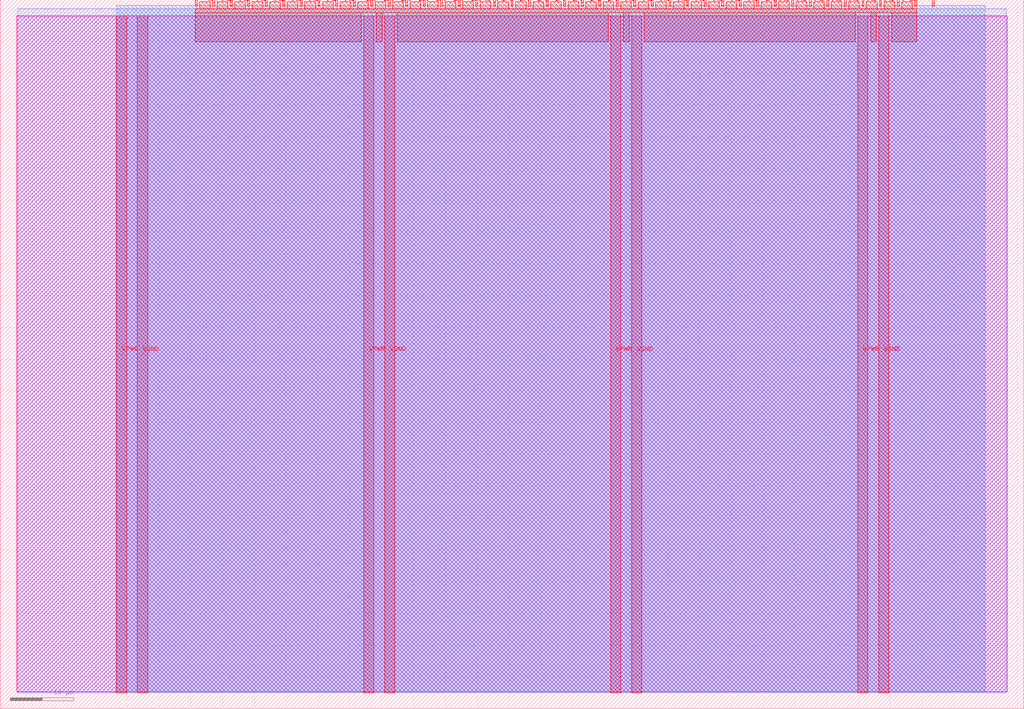
<source format=lef>
VERSION 5.7 ;
  NOWIREEXTENSIONATPIN ON ;
  DIVIDERCHAR "/" ;
  BUSBITCHARS "[]" ;
MACRO tt_um_wokwi_444269677791635457
  CLASS BLOCK ;
  FOREIGN tt_um_wokwi_444269677791635457 ;
  ORIGIN 0.000 0.000 ;
  SIZE 161.000 BY 111.520 ;
  PIN VGND
    DIRECTION INOUT ;
    USE GROUND ;
    PORT
      LAYER met4 ;
        RECT 21.580 2.480 23.180 109.040 ;
    END
    PORT
      LAYER met4 ;
        RECT 60.450 2.480 62.050 109.040 ;
    END
    PORT
      LAYER met4 ;
        RECT 99.320 2.480 100.920 109.040 ;
    END
    PORT
      LAYER met4 ;
        RECT 138.190 2.480 139.790 109.040 ;
    END
  END VGND
  PIN VPWR
    DIRECTION INOUT ;
    USE POWER ;
    PORT
      LAYER met4 ;
        RECT 18.280 2.480 19.880 109.040 ;
    END
    PORT
      LAYER met4 ;
        RECT 57.150 2.480 58.750 109.040 ;
    END
    PORT
      LAYER met4 ;
        RECT 96.020 2.480 97.620 109.040 ;
    END
    PORT
      LAYER met4 ;
        RECT 134.890 2.480 136.490 109.040 ;
    END
  END VPWR
  PIN clk
    DIRECTION INPUT ;
    USE SIGNAL ;
    ANTENNAGATEAREA 0.852000 ;
    PORT
      LAYER met4 ;
        RECT 143.830 110.520 144.130 111.520 ;
    END
  END clk
  PIN ena
    DIRECTION INPUT ;
    USE SIGNAL ;
    PORT
      LAYER met4 ;
        RECT 146.590 110.520 146.890 111.520 ;
    END
  END ena
  PIN rst_n
    DIRECTION INPUT ;
    USE SIGNAL ;
    ANTENNAGATEAREA 0.196500 ;
    PORT
      LAYER met4 ;
        RECT 141.070 110.520 141.370 111.520 ;
    END
  END rst_n
  PIN ui_in[0]
    DIRECTION INPUT ;
    USE SIGNAL ;
    ANTENNAGATEAREA 0.196500 ;
    PORT
      LAYER met4 ;
        RECT 138.310 110.520 138.610 111.520 ;
    END
  END ui_in[0]
  PIN ui_in[1]
    DIRECTION INPUT ;
    USE SIGNAL ;
    ANTENNAGATEAREA 0.196500 ;
    PORT
      LAYER met4 ;
        RECT 135.550 110.520 135.850 111.520 ;
    END
  END ui_in[1]
  PIN ui_in[2]
    DIRECTION INPUT ;
    USE SIGNAL ;
    ANTENNAGATEAREA 0.196500 ;
    PORT
      LAYER met4 ;
        RECT 132.790 110.520 133.090 111.520 ;
    END
  END ui_in[2]
  PIN ui_in[3]
    DIRECTION INPUT ;
    USE SIGNAL ;
    ANTENNAGATEAREA 0.196500 ;
    PORT
      LAYER met4 ;
        RECT 130.030 110.520 130.330 111.520 ;
    END
  END ui_in[3]
  PIN ui_in[4]
    DIRECTION INPUT ;
    USE SIGNAL ;
    ANTENNAGATEAREA 0.196500 ;
    PORT
      LAYER met4 ;
        RECT 127.270 110.520 127.570 111.520 ;
    END
  END ui_in[4]
  PIN ui_in[5]
    DIRECTION INPUT ;
    USE SIGNAL ;
    ANTENNAGATEAREA 0.196500 ;
    PORT
      LAYER met4 ;
        RECT 124.510 110.520 124.810 111.520 ;
    END
  END ui_in[5]
  PIN ui_in[6]
    DIRECTION INPUT ;
    USE SIGNAL ;
    ANTENNAGATEAREA 0.196500 ;
    PORT
      LAYER met4 ;
        RECT 121.750 110.520 122.050 111.520 ;
    END
  END ui_in[6]
  PIN ui_in[7]
    DIRECTION INPUT ;
    USE SIGNAL ;
    ANTENNAGATEAREA 0.196500 ;
    PORT
      LAYER met4 ;
        RECT 118.990 110.520 119.290 111.520 ;
    END
  END ui_in[7]
  PIN uio_in[0]
    DIRECTION INPUT ;
    USE SIGNAL ;
    PORT
      LAYER met4 ;
        RECT 116.230 110.520 116.530 111.520 ;
    END
  END uio_in[0]
  PIN uio_in[1]
    DIRECTION INPUT ;
    USE SIGNAL ;
    PORT
      LAYER met4 ;
        RECT 113.470 110.520 113.770 111.520 ;
    END
  END uio_in[1]
  PIN uio_in[2]
    DIRECTION INPUT ;
    USE SIGNAL ;
    PORT
      LAYER met4 ;
        RECT 110.710 110.520 111.010 111.520 ;
    END
  END uio_in[2]
  PIN uio_in[3]
    DIRECTION INPUT ;
    USE SIGNAL ;
    PORT
      LAYER met4 ;
        RECT 107.950 110.520 108.250 111.520 ;
    END
  END uio_in[3]
  PIN uio_in[4]
    DIRECTION INPUT ;
    USE SIGNAL ;
    PORT
      LAYER met4 ;
        RECT 105.190 110.520 105.490 111.520 ;
    END
  END uio_in[4]
  PIN uio_in[5]
    DIRECTION INPUT ;
    USE SIGNAL ;
    PORT
      LAYER met4 ;
        RECT 102.430 110.520 102.730 111.520 ;
    END
  END uio_in[5]
  PIN uio_in[6]
    DIRECTION INPUT ;
    USE SIGNAL ;
    PORT
      LAYER met4 ;
        RECT 99.670 110.520 99.970 111.520 ;
    END
  END uio_in[6]
  PIN uio_in[7]
    DIRECTION INPUT ;
    USE SIGNAL ;
    PORT
      LAYER met4 ;
        RECT 96.910 110.520 97.210 111.520 ;
    END
  END uio_in[7]
  PIN uio_oe[0]
    DIRECTION OUTPUT ;
    USE SIGNAL ;
    PORT
      LAYER met4 ;
        RECT 49.990 110.520 50.290 111.520 ;
    END
  END uio_oe[0]
  PIN uio_oe[1]
    DIRECTION OUTPUT ;
    USE SIGNAL ;
    PORT
      LAYER met4 ;
        RECT 47.230 110.520 47.530 111.520 ;
    END
  END uio_oe[1]
  PIN uio_oe[2]
    DIRECTION OUTPUT ;
    USE SIGNAL ;
    PORT
      LAYER met4 ;
        RECT 44.470 110.520 44.770 111.520 ;
    END
  END uio_oe[2]
  PIN uio_oe[3]
    DIRECTION OUTPUT ;
    USE SIGNAL ;
    PORT
      LAYER met4 ;
        RECT 41.710 110.520 42.010 111.520 ;
    END
  END uio_oe[3]
  PIN uio_oe[4]
    DIRECTION OUTPUT ;
    USE SIGNAL ;
    PORT
      LAYER met4 ;
        RECT 38.950 110.520 39.250 111.520 ;
    END
  END uio_oe[4]
  PIN uio_oe[5]
    DIRECTION OUTPUT ;
    USE SIGNAL ;
    PORT
      LAYER met4 ;
        RECT 36.190 110.520 36.490 111.520 ;
    END
  END uio_oe[5]
  PIN uio_oe[6]
    DIRECTION OUTPUT ;
    USE SIGNAL ;
    PORT
      LAYER met4 ;
        RECT 33.430 110.520 33.730 111.520 ;
    END
  END uio_oe[6]
  PIN uio_oe[7]
    DIRECTION OUTPUT ;
    USE SIGNAL ;
    PORT
      LAYER met4 ;
        RECT 30.670 110.520 30.970 111.520 ;
    END
  END uio_oe[7]
  PIN uio_out[0]
    DIRECTION OUTPUT ;
    USE SIGNAL ;
    PORT
      LAYER met4 ;
        RECT 72.070 110.520 72.370 111.520 ;
    END
  END uio_out[0]
  PIN uio_out[1]
    DIRECTION OUTPUT ;
    USE SIGNAL ;
    PORT
      LAYER met4 ;
        RECT 69.310 110.520 69.610 111.520 ;
    END
  END uio_out[1]
  PIN uio_out[2]
    DIRECTION OUTPUT ;
    USE SIGNAL ;
    PORT
      LAYER met4 ;
        RECT 66.550 110.520 66.850 111.520 ;
    END
  END uio_out[2]
  PIN uio_out[3]
    DIRECTION OUTPUT ;
    USE SIGNAL ;
    PORT
      LAYER met4 ;
        RECT 63.790 110.520 64.090 111.520 ;
    END
  END uio_out[3]
  PIN uio_out[4]
    DIRECTION OUTPUT ;
    USE SIGNAL ;
    PORT
      LAYER met4 ;
        RECT 61.030 110.520 61.330 111.520 ;
    END
  END uio_out[4]
  PIN uio_out[5]
    DIRECTION OUTPUT ;
    USE SIGNAL ;
    PORT
      LAYER met4 ;
        RECT 58.270 110.520 58.570 111.520 ;
    END
  END uio_out[5]
  PIN uio_out[6]
    DIRECTION OUTPUT ;
    USE SIGNAL ;
    PORT
      LAYER met4 ;
        RECT 55.510 110.520 55.810 111.520 ;
    END
  END uio_out[6]
  PIN uio_out[7]
    DIRECTION OUTPUT ;
    USE SIGNAL ;
    PORT
      LAYER met4 ;
        RECT 52.750 110.520 53.050 111.520 ;
    END
  END uio_out[7]
  PIN uo_out[0]
    DIRECTION OUTPUT ;
    USE SIGNAL ;
    ANTENNADIFFAREA 0.445500 ;
    PORT
      LAYER met4 ;
        RECT 94.150 110.520 94.450 111.520 ;
    END
  END uo_out[0]
  PIN uo_out[1]
    DIRECTION OUTPUT ;
    USE SIGNAL ;
    ANTENNADIFFAREA 0.445500 ;
    PORT
      LAYER met4 ;
        RECT 91.390 110.520 91.690 111.520 ;
    END
  END uo_out[1]
  PIN uo_out[2]
    DIRECTION OUTPUT ;
    USE SIGNAL ;
    ANTENNADIFFAREA 0.445500 ;
    PORT
      LAYER met4 ;
        RECT 88.630 110.520 88.930 111.520 ;
    END
  END uo_out[2]
  PIN uo_out[3]
    DIRECTION OUTPUT ;
    USE SIGNAL ;
    ANTENNADIFFAREA 0.445500 ;
    PORT
      LAYER met4 ;
        RECT 85.870 110.520 86.170 111.520 ;
    END
  END uo_out[3]
  PIN uo_out[4]
    DIRECTION OUTPUT ;
    USE SIGNAL ;
    ANTENNADIFFAREA 0.445500 ;
    PORT
      LAYER met4 ;
        RECT 83.110 110.520 83.410 111.520 ;
    END
  END uo_out[4]
  PIN uo_out[5]
    DIRECTION OUTPUT ;
    USE SIGNAL ;
    ANTENNADIFFAREA 0.445500 ;
    PORT
      LAYER met4 ;
        RECT 80.350 110.520 80.650 111.520 ;
    END
  END uo_out[5]
  PIN uo_out[6]
    DIRECTION OUTPUT ;
    USE SIGNAL ;
    ANTENNADIFFAREA 0.445500 ;
    PORT
      LAYER met4 ;
        RECT 77.590 110.520 77.890 111.520 ;
    END
  END uo_out[6]
  PIN uo_out[7]
    DIRECTION OUTPUT ;
    USE SIGNAL ;
    ANTENNADIFFAREA 0.445500 ;
    PORT
      LAYER met4 ;
        RECT 74.830 110.520 75.130 111.520 ;
    END
  END uo_out[7]
  OBS
      LAYER nwell ;
        RECT 2.570 2.635 158.430 108.990 ;
      LAYER li1 ;
        RECT 2.760 2.635 158.240 108.885 ;
      LAYER met1 ;
        RECT 2.760 2.480 158.240 110.120 ;
      LAYER met2 ;
        RECT 18.310 2.535 154.930 110.685 ;
      LAYER met3 ;
        RECT 18.290 2.555 154.955 110.665 ;
      LAYER met4 ;
        RECT 31.370 110.120 33.030 111.170 ;
        RECT 34.130 110.120 35.790 111.170 ;
        RECT 36.890 110.120 38.550 111.170 ;
        RECT 39.650 110.120 41.310 111.170 ;
        RECT 42.410 110.120 44.070 111.170 ;
        RECT 45.170 110.120 46.830 111.170 ;
        RECT 47.930 110.120 49.590 111.170 ;
        RECT 50.690 110.120 52.350 111.170 ;
        RECT 53.450 110.120 55.110 111.170 ;
        RECT 56.210 110.120 57.870 111.170 ;
        RECT 58.970 110.120 60.630 111.170 ;
        RECT 61.730 110.120 63.390 111.170 ;
        RECT 64.490 110.120 66.150 111.170 ;
        RECT 67.250 110.120 68.910 111.170 ;
        RECT 70.010 110.120 71.670 111.170 ;
        RECT 72.770 110.120 74.430 111.170 ;
        RECT 75.530 110.120 77.190 111.170 ;
        RECT 78.290 110.120 79.950 111.170 ;
        RECT 81.050 110.120 82.710 111.170 ;
        RECT 83.810 110.120 85.470 111.170 ;
        RECT 86.570 110.120 88.230 111.170 ;
        RECT 89.330 110.120 90.990 111.170 ;
        RECT 92.090 110.120 93.750 111.170 ;
        RECT 94.850 110.120 96.510 111.170 ;
        RECT 97.610 110.120 99.270 111.170 ;
        RECT 100.370 110.120 102.030 111.170 ;
        RECT 103.130 110.120 104.790 111.170 ;
        RECT 105.890 110.120 107.550 111.170 ;
        RECT 108.650 110.120 110.310 111.170 ;
        RECT 111.410 110.120 113.070 111.170 ;
        RECT 114.170 110.120 115.830 111.170 ;
        RECT 116.930 110.120 118.590 111.170 ;
        RECT 119.690 110.120 121.350 111.170 ;
        RECT 122.450 110.120 124.110 111.170 ;
        RECT 125.210 110.120 126.870 111.170 ;
        RECT 127.970 110.120 129.630 111.170 ;
        RECT 130.730 110.120 132.390 111.170 ;
        RECT 133.490 110.120 135.150 111.170 ;
        RECT 136.250 110.120 137.910 111.170 ;
        RECT 139.010 110.120 140.670 111.170 ;
        RECT 141.770 110.120 143.430 111.170 ;
        RECT 30.655 109.440 144.145 110.120 ;
        RECT 30.655 104.895 56.750 109.440 ;
        RECT 59.150 104.895 60.050 109.440 ;
        RECT 62.450 104.895 95.620 109.440 ;
        RECT 98.020 104.895 98.920 109.440 ;
        RECT 101.320 104.895 134.490 109.440 ;
        RECT 136.890 104.895 137.790 109.440 ;
        RECT 140.190 104.895 144.145 109.440 ;
  END
END tt_um_wokwi_444269677791635457
END LIBRARY


</source>
